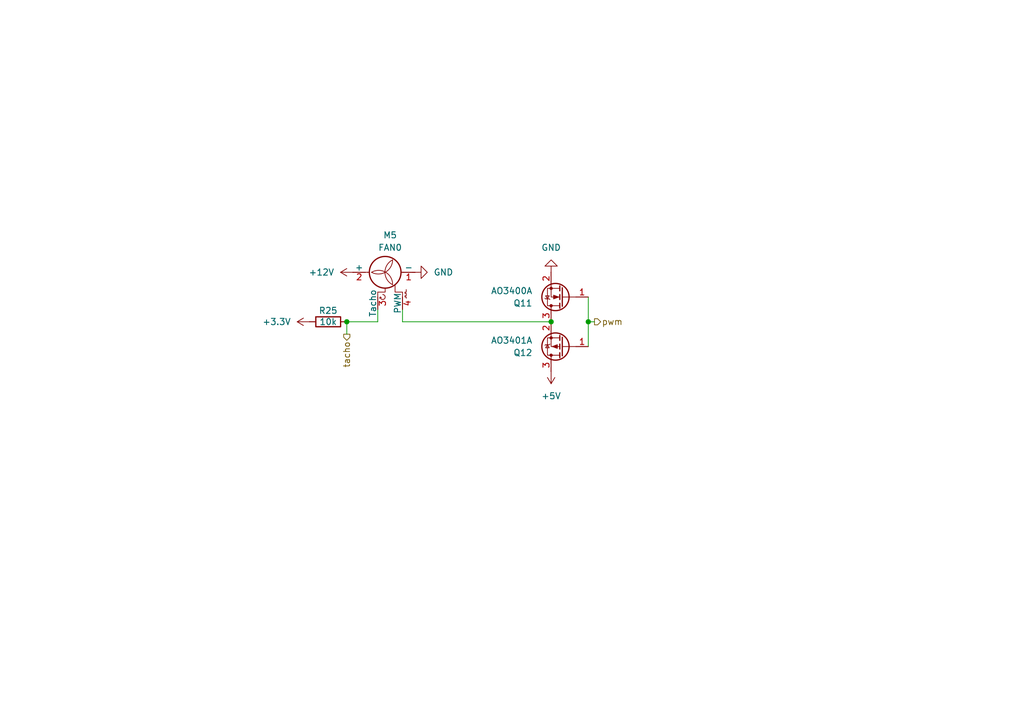
<source format=kicad_sch>
(kicad_sch (version 20231120) (generator "eeschema") (generator_version "8.0")
  (paper "A5")
  (title_block (title "Intel PWM Motor driver") (date "2024-10-07") (rev "0.1") (company "DJ-Bauer") (comment 1 "Controlled by 3.3V pwm") (comment 2 "Outputs tacho signal at 3.3V"))
  (lib_symbols
    (symbol "Device:R" (pin_numbers hide) (pin_names (offset 0))
      (property "Reference" "R" (at 2.032 0 90))
      (property "Value" "R" (at 0 0 90))
      (symbol "R_0_1"
        (rectangle (start -1.016 -2.54) (end 1.016 2.54) (stroke (width 0.254)))
      )
      (symbol "R_1_1"
        (pin passive line (at 0 3.81 270) (length 1.27) (name "~") (number "1"))
        (pin passive line (at 0 -3.81 90) (length 1.27) (name "~") (number "2"))
      )
    )
    (symbol "Motor:Fan_Tacho_PWM" (pin_names (offset 0))
      (property "Reference" "M" (at 2.54 5.08 0))
      (property "Value" "Fan_Tacho_PWM" (at 2.54 -2.54 0))
      (symbol "Fan_Tacho_PWM_0_0"
        (arc (start -5.588 1.524) (mid -5.08 1.0182) (end -4.572 1.524))
        (arc (start -5.08 2.032) (mid -5.4392 1.8832) (end -5.588 1.524))
        (polyline (pts (xy -5.08 2.032) (xy -5.334 2.159)))
        (polyline (pts (xy -5.08 2.032) (xy -5.207 1.778)))
        (polyline (pts (xy -4.064 2.54) (xy -4.064 1.016) (xy -3.302 1.016)))
      )
      (symbol "Fan_Tacho_PWM_0_1"
        (arc (start -2.54 -0.508) (mid 0.0028 0.9121) (end 0 3.81))
        (polyline (pts (xy -4.064 2.54) (xy -5.08 2.54)))
        (polyline (pts (xy 0 -5.08) (xy 0 -4.572)))
        (polyline (pts (xy 0 -2.2352) (xy 0 -2.6416)))
        (polyline (pts (xy 0 4.2672) (xy 0 4.6228)))
        (polyline (pts (xy 0 4.572) (xy 0 5.08)))
        (polyline (pts (xy -2.54 -1.016) (xy -4.064 -1.016) (xy -4.064 -2.54) (xy -5.08 -2.54)))
        (polyline (pts (xy -5.334 -3.302) (xy -5.08 -3.302) (xy -5.08 -3.048) (xy -4.826 -3.048) (xy -4.826 -3.302) (xy -4.318 -3.302) (xy -4.318 -3.048) (xy -4.064 -3.048) (xy -4.064 -3.302) (xy -3.556 -3.302)))
        (circle (center 0 1.016) (radius 3.2512) (stroke (width 0.254)))
        (arc (start 0 3.81) (mid 0.053 0.921) (end 2.54 -0.508))
        (arc (start 2.54 -0.508) (mid 0 1.0618) (end -2.54 -0.508))
      )
      (symbol "Fan_Tacho_PWM_1_1"
        (pin passive line (at 0 -5.08 90) (length 2.54) (name "-") (number "1"))
        (pin passive line (at 0 7.62 270) (length 2.54) (name "+") (number "2"))
        (pin passive line (at -7.62 2.54 0) (length 2.54) (name "Tacho") (number "3"))
        (pin input line (at -7.62 -2.54 0) (length 2.54) (name "PWM") (number "4"))
      )
    )
    (symbol "Transistor_FET:AO3400A" (pin_names hide)
      (property "Reference" "Q" (at 5.08 1.905 0))
      (property "Value" "AO3400A" (at 5.08 0 0))
      (symbol "AO3400A_0_1"
        (polyline (pts (xy 0.254 0) (xy -2.54 0)))
        (polyline (pts (xy 0.254 1.905) (xy 0.254 -1.905)) (stroke (width 0.254)))
        (polyline (pts (xy 0.762 -1.27) (xy 0.762 -2.286)) (stroke (width 0.254)))
        (polyline (pts (xy 0.762 0.508) (xy 0.762 -0.508)) (stroke (width 0.254)))
        (polyline (pts (xy 0.762 2.286) (xy 0.762 1.27)) (stroke (width 0.254)))
        (polyline (pts (xy 2.54 2.54) (xy 2.54 1.778)))
        (polyline (pts (xy 2.54 -2.54) (xy 2.54 0) (xy 0.762 0)))
        (polyline (pts (xy 0.762 -1.778) (xy 3.302 -1.778) (xy 3.302 1.778) (xy 0.762 1.778)))
        (polyline (pts (xy 1.016 0) (xy 2.032 0.381) (xy 2.032 -0.381) (xy 1.016 0)) (fill (type outline)))
        (polyline (pts (xy 2.794 0.508) (xy 2.921 0.381) (xy 3.683 0.381) (xy 3.81 0.254)))
        (polyline (pts (xy 3.302 0.381) (xy 2.921 -0.254) (xy 3.683 -0.254) (xy 3.302 0.381)))
        (circle (center 1.651 0) (radius 2.794) (stroke (width 0.254)))
        (circle (center 2.54 -1.778) (radius 0.254) (fill (type outline)))
        (circle (center 2.54 1.778) (radius 0.254) (fill (type outline)))
      )
      (symbol "AO3400A_1_1"
        (pin input line (at -5.08 0 0) (length 2.54) (name "G") (number "1"))
        (pin passive line (at 2.54 -5.08 90) (length 2.54) (name "S") (number "2"))
        (pin passive line (at 2.54 5.08 270) (length 2.54) (name "D") (number "3"))
      )
    )
    (symbol "Transistor_FET:AO3401A" (pin_names hide)
      (property "Reference" "Q" (at 5.08 1.905 0))
      (property "Value" "AO3401A" (at 5.08 0 0))
      (symbol "AO3401A_0_1"
        (polyline (pts (xy 0.254 0) (xy -2.54 0)))
        (polyline (pts (xy 0.254 1.905) (xy 0.254 -1.905)) (stroke (width 0.254)))
        (polyline (pts (xy 0.762 -1.27) (xy 0.762 -2.286)) (stroke (width 0.254)))
        (polyline (pts (xy 0.762 0.508) (xy 0.762 -0.508)) (stroke (width 0.254)))
        (polyline (pts (xy 0.762 2.286) (xy 0.762 1.27)) (stroke (width 0.254)))
        (polyline (pts (xy 2.54 2.54) (xy 2.54 1.778)))
        (polyline (pts (xy 2.54 -2.54) (xy 2.54 0) (xy 0.762 0)))
        (polyline (pts (xy 0.762 1.778) (xy 3.302 1.778) (xy 3.302 -1.778) (xy 0.762 -1.778)))
        (polyline (pts (xy 2.286 0) (xy 1.27 0.381) (xy 1.27 -0.381) (xy 2.286 0)) (fill (type outline)))
        (polyline (pts (xy 2.794 -0.508) (xy 2.921 -0.381) (xy 3.683 -0.381) (xy 3.81 -0.254)))
        (polyline (pts (xy 3.302 -0.381) (xy 2.921 0.254) (xy 3.683 0.254) (xy 3.302 -0.381)))
        (circle (center 1.651 0) (radius 2.794) (stroke (width 0.254)))
        (circle (center 2.54 -1.778) (radius 0.254) (fill (type outline)))
        (circle (center 2.54 1.778) (radius 0.254) (fill (type outline)))
      )
      (symbol "AO3401A_1_1"
        (pin input line (at -5.08 0 0) (length 2.54) (name "G") (number "1"))
        (pin passive line (at 2.54 -5.08 90) (length 2.54) (name "S") (number "2"))
        (pin passive line (at 2.54 5.08 270) (length 2.54) (name "D") (number "3"))
      )
    )
    (symbol "power:+12V" (power) (pin_numbers hide) (pin_names (offset 0) hide)
      (property "Value" "+12V" (at 0 3.556 0))
      (symbol "+12V_0_1"
        (polyline (pts (xy -0.762 1.27) (xy 0 2.54)))
        (polyline (pts (xy 0 0) (xy 0 2.54)))
        (polyline (pts (xy 0 2.54) (xy 0.762 1.27)))
      )
      (symbol "+12V_1_1"
        (pin power_in line (at 0 0 90) (length 0) (name "~") (number "1"))
      )
    )
    (symbol "power:+3.3V" (power) (pin_numbers hide) (pin_names (offset 0) hide)
      (property "Value" "+3.3V" (at 0 3.556 0))
      (symbol "+3.3V_0_1"
        (polyline (pts (xy -0.762 1.27) (xy 0 2.54)))
        (polyline (pts (xy 0 0) (xy 0 2.54)))
        (polyline (pts (xy 0 2.54) (xy 0.762 1.27)))
      )
      (symbol "+3.3V_1_1"
        (pin power_in line (at 0 0 90) (length 0) (name "~") (number "1"))
      )
    )
    (symbol "power:+5V" (power) (pin_numbers hide) (pin_names (offset 0) hide)
      (property "Value" "+5V" (at 0 3.556 0))
      (symbol "+5V_0_1"
        (polyline (pts (xy -0.762 1.27) (xy 0 2.54)))
        (polyline (pts (xy 0 0) (xy 0 2.54)))
        (polyline (pts (xy 0 2.54) (xy 0.762 1.27)))
      )
      (symbol "+5V_1_1"
        (pin power_in line (at 0 0 90) (length 0) (name "~") (number "1"))
      )
    )
    (symbol "power:GND" (power) (pin_numbers hide) (pin_names (offset 0) hide)
      (property "Value" "GND" (at 0 -3.81 0))
      (symbol "GND_0_1"
        (polyline (pts (xy 0 0) (xy 0 -1.27) (xy 1.27 -1.27) (xy 0 -2.54) (xy -1.27 -1.27) (xy 0 -1.27)))
      )
      (symbol "GND_1_1"
        (pin power_in line (at 0 0 270) (length 0) (name "~") (number "1"))
      )
    )
  )
  (junction (at 120.65 66.04))
  (junction (at 113.03 66.04))
  (junction (at 71.12 66.04))
  (wire (pts (xy 82.55 66.04) (xy 113.03 66.04)))
  (wire (pts (xy 71.12 66.04) (xy 71.12 68.58)))
  (wire (pts (xy 77.47 63.5) (xy 77.47 66.04)))
  (wire (pts (xy 120.65 71.12) (xy 120.65 66.04)))
  (wire (pts (xy 71.12 66.04) (xy 77.47 66.04)))
  (wire (pts (xy 82.55 63.5) (xy 82.55 66.04)))
  (wire (pts (xy 120.65 66.04) (xy 120.65 60.96)))
  (wire (pts (xy 120.65 66.04) (xy 121.92 66.04)))
  (hierarchical_label "pwm" (shape output) (at 121.92 66.04 0))
  (hierarchical_label "tacho" (shape output) (at 71.12 68.58 270))
  (symbol (lib_id "power:+12V") (at 72.39 55.88 90) (unit 1)
    (property "Reference" "#PWR055" (effects (hide yes)))
    (property "Value" "+12V" (at 68.58 55.8799 90) (effects (justify left)))
    (property "Description" "Power symbol creates a global label with name \"+12V\"" (effects (hide yes)))
    (instances (project "fancontroller" (path "" (reference "#PWR055") (unit 1)) (path "" (reference "#PWR050") (unit 1)) (path "" (reference "#PWR035") (unit 1)) (path "" (reference "#PWR060") (unit 1)) (path "" (reference "#PWR045") (unit 1)) (path "" (reference "#PWR040") (unit 1))))
  )
  (symbol (lib_id "power:GND") (at 85.09 55.88 90) (unit 1)
    (property "Reference" "#PWR056" (effects (hide yes)))
    (property "Value" "GND" (at 88.9 55.8799 90) (effects (justify right)))
    (property "Description" "Power symbol creates a global label with name \"GND\" , ground" (effects (hide yes)))
    (instances (project "fancontroller" (path "" (reference "#PWR056") (unit 1)) (path "" (reference "#PWR051") (unit 1)) (path "" (reference "#PWR036") (unit 1)) (path "" (reference "#PWR061") (unit 1)) (path "" (reference "#PWR046") (unit 1)) (path "" (reference "#PWR041") (unit 1))))
  )
  (symbol (lib_id "Transistor_FET:AO3400A") (at 115.57 60.96 180) (unit 1)
    (property "Reference" "Q11" (at 109.22 62.2301 0) (effects (justify left)))
    (property "Value" "AO3400A" (at 109.22 59.6901 0) (effects (justify left)))
    (property "Footprint" "Package_TO_SOT_SMD:SOT-23" (effects (hide yes)))
    (property "Datasheet" "http://www.aosmd.com/pdfs/datasheet/AO3400A.pdf" (effects (hide yes)))
    (property "Description" "30V Vds, 5.7A Id, N-Channel MOSFET, SOT-23" (effects (hide yes)))
    (property "LCSC Part #" "C20917" (effects (hide yes)))
    (instances (project "fancontroller" (path "" (reference "Q11") (unit 1)) (path "" (reference "Q9") (unit 1)) (path "" (reference "Q3") (unit 1)) (path "" (reference "Q13") (unit 1)) (path "" (reference "Q7") (unit 1)) (path "" (reference "Q5") (unit 1))))
  )
  (symbol (lib_id "Motor:Fan_Tacho_PWM") (at 80.01 55.88 90) (unit 1)
    (property "Reference" "M5" (at 80.01 48.26 90))
    (property "Value" "FAN0" (at 80.01 50.8 90))
    (property "Footprint" "Connector:FanPinHeader_1x04_P2.54mm_Vertical" (effects (hide yes)))
    (property "Datasheet" "http://www.formfactors.org/developer%5Cspecs%5Crev1_2_public.pdf" (effects (hide yes)))
    (property "Description" "Fan, tacho output, PWM input, 4-pin connector" (effects (hide yes)))
    (property "LCSC Part #" "C402778" (effects (hide yes)))
    (property "JLCPCB Rotation Offset" "90" (effects (hide yes)))
    (instances (project "fancontroller" (path "" (reference "M5") (unit 1)) (path "" (reference "M4") (unit 1)) (path "" (reference "M1") (unit 1)) (path "" (reference "M6") (unit 1)) (path "" (reference "M3") (unit 1)) (path "" (reference "M2") (unit 1))))
  )
  (symbol (lib_id "power:+5V") (at 113.03 76.2 180) (unit 1)
    (property "Reference" "#PWR058" (effects (hide yes)))
    (property "Value" "+5V" (at 113.03 81.28 0))
    (property "Description" "Power symbol creates a global label with name \"+5V\"" (effects (hide yes)))
    (instances (project "fancontroller" (path "" (reference "#PWR058") (unit 1)) (path "" (reference "#PWR053") (unit 1)) (path "" (reference "#PWR038") (unit 1)) (path "" (reference "#PWR063") (unit 1)) (path "" (reference "#PWR048") (unit 1)) (path "" (reference "#PWR043") (unit 1))))
  )
  (symbol (lib_id "power:GND") (at 113.03 55.88 180) (unit 1)
    (property "Reference" "#PWR057" (effects (hide yes)))
    (property "Value" "GND" (at 113.03 50.8 0))
    (property "Description" "Power symbol creates a global label with name \"GND\" , ground" (effects (hide yes)))
    (instances (project "fancontroller" (path "" (reference "#PWR057") (unit 1)) (path "" (reference "#PWR052") (unit 1)) (path "" (reference "#PWR037") (unit 1)) (path "" (reference "#PWR062") (unit 1)) (path "" (reference "#PWR047") (unit 1)) (path "" (reference "#PWR042") (unit 1))))
  )
  (symbol (lib_id "power:+3.3V") (at 63.5 66.04 90) (unit 1)
    (property "Reference" "#PWR054" (effects (hide yes)))
    (property "Value" "+3.3V" (at 59.69 66.0399 90) (effects (justify left)))
    (property "Description" "Power symbol creates a global label with name \"+3.3V\"" (effects (hide yes)))
    (instances (project "" (path "" (reference "#PWR054") (unit 1)) (path "" (reference "#PWR049") (unit 1)) (path "" (reference "#PWR034") (unit 1)) (path "" (reference "#PWR059") (unit 1)) (path "" (reference "#PWR044") (unit 1)) (path "" (reference "#PWR039") (unit 1))))
  )
  (symbol (lib_id "Device:R") (at 67.31 66.04 90) (unit 1)
    (property "Reference" "R25" (at 67.31 63.754 90))
    (property "Value" "10k" (at 67.31 66.04 90))
    (property "Footprint" "Resistor_SMD:R_0805_2012Metric" (effects (hide yes)))
    (property "Description" "Resistor" (effects (hide yes)))
    (property "LCSC Part #" "C17414" (effects (hide yes)))
    (instances (project "fancontroller" (path "" (reference "R25") (unit 1)) (path "" (reference "R24") (unit 1)) (path "" (reference "R21") (unit 1)) (path "" (reference "R26") (unit 1)) (path "" (reference "R23") (unit 1)) (path "" (reference "R22") (unit 1))))
  )
  (symbol (lib_id "Transistor_FET:AO3401A") (at 115.57 71.12 180) (unit 1)
    (property "Reference" "Q12" (at 109.22 72.3901 0) (effects (justify left)))
    (property "Value" "AO3401A" (at 109.22 69.8501 0) (effects (justify left)))
    (property "Footprint" "Package_TO_SOT_SMD:SOT-23" (effects (hide yes)))
    (property "Datasheet" "http://www.aosmd.com/pdfs/datasheet/AO3401A.pdf" (effects (hide yes)))
    (property "Description" "-4.0A Id, -30V Vds, P-Channel MOSFET, SOT-23" (effects (hide yes)))
    (property "LCSC Part #" "C15127" (effects (hide yes)))
    (instances (project "fancontroller" (path "" (reference "Q12") (unit 1)) (path "" (reference "Q10") (unit 1)) (path "" (reference "Q4") (unit 1)) (path "" (reference "Q14") (unit 1)) (path "" (reference "Q8") (unit 1)) (path "" (reference "Q6") (unit 1))))
  )
)
</source>
